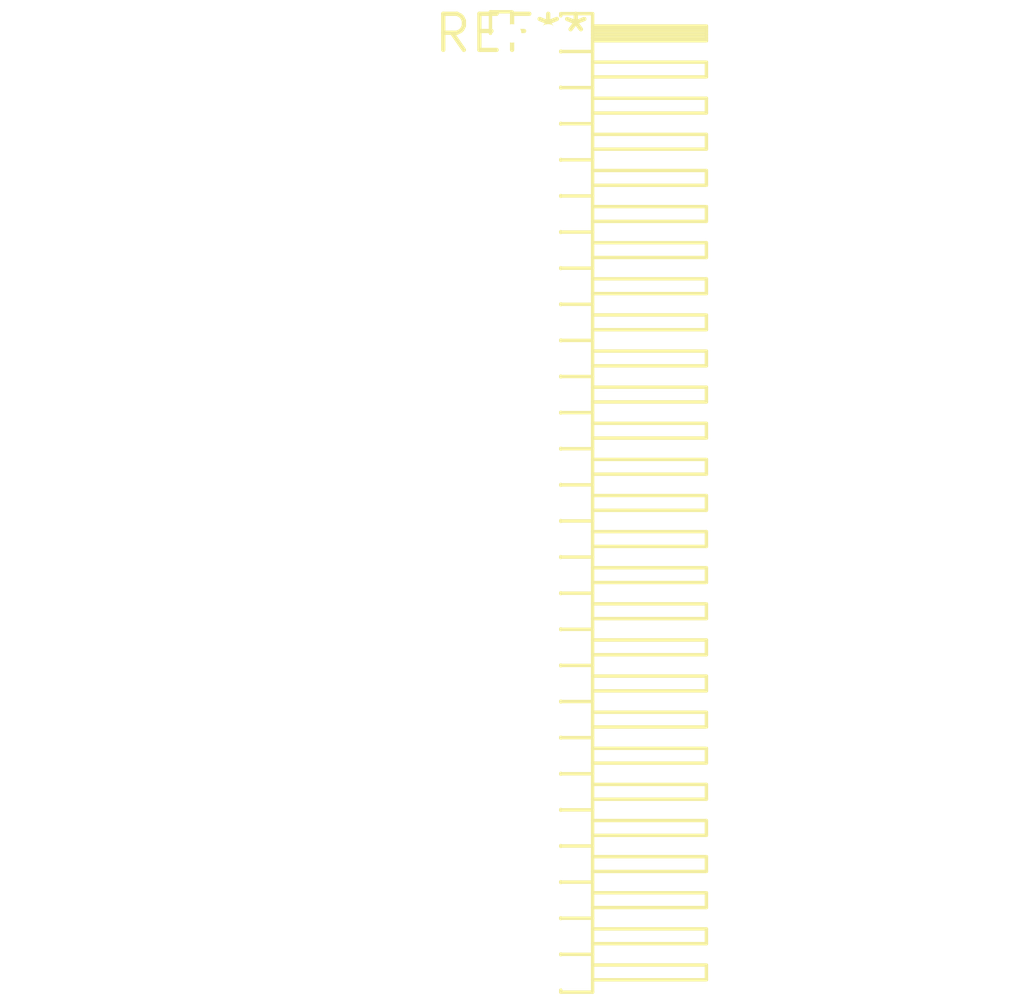
<source format=kicad_pcb>
(kicad_pcb (version 20240108) (generator pcbnew)
  (layers (0 "F.Cu" signal) (31 "B.Cu" signal) (34 "B.Paste" user) (35 "F.Paste" user) (36 "B.SilkS" user "B.Silkscreen") (37 "F.SilkS" user "F.Silkscreen") (38 "B.Mask" user) (39 "F.Mask" user) (44 "Edge.Cuts" user))
  (net 0 "")
  (footprint "PinHeader_2x27_P1.27mm_Horizontal" (layer "F.Cu") (at 0 0)
    (property "Reference" "REF**")
    (property "Value" "PinHeader_2x27_P1.27mm_Horizontal")
    (fp_line (start -0.76 -0.76) (end 0 -0.76) (layer "F.SilkS") (stroke (width 0.12)))
    (fp_line (start -0.76 0) (end -0.76 -0.76) (layer "F.SilkS") (stroke (width 0.12)))
    (fp_line (start 1.71 -0.695) (end 2.83 -0.695) (layer "F.SilkS") (stroke (width 0.12)))
    (fp_line (start 1.71 -0.619677) (end 1.71 -0.695) (layer "F.SilkS") (stroke (width 0.12)))
    (fp_line (start 1.71 0.619677) (end 1.71 0.650323) (layer "F.SilkS") (stroke (width 0.12)))
    (fp_line (start 1.71 0.635) (end 2.83 0.635) (layer "F.SilkS") (stroke (width 0.12)))
    (fp_line (start 1.71 1.889677) (end 1.71 1.920323) (layer "F.SilkS") (stroke (width 0.12)))
    (fp_line (start 1.71 1.905) (end 2.83 1.905) (layer "F.SilkS") (stroke (width 0.12)))
    (fp_line (start 1.71 3.159677) (end 1.71 3.190323) (layer "F.SilkS") (stroke (width 0.12)))
    (fp_line (start 1.71 3.175) (end 2.83 3.175) (layer "F.SilkS") (stroke (width 0.12)))
    (fp_line (start 1.71 4.429677) (end 1.71 4.460323) (layer "F.SilkS") (stroke (width 0.12)))
    (fp_line (start 1.71 4.445) (end 2.83 4.445) (layer "F.SilkS") (stroke (width 0.12)))
    (fp_line (start 1.71 5.699677) (end 1.71 5.730323) (layer "F.SilkS") (stroke (width 0.12)))
    (fp_line (start 1.71 5.715) (end 2.83 5.715) (layer "F.SilkS") (stroke (width 0.12)))
    (fp_line (start 1.71 6.969677) (end 1.71 7.000323) (layer "F.SilkS") (stroke (width 0.12)))
    (fp_line (start 1.71 6.985) (end 2.83 6.985) (layer "F.SilkS") (stroke (width 0.12)))
    (fp_line (start 1.71 8.239677) (end 1.71 8.270323) (layer "F.SilkS") (stroke (width 0.12)))
    (fp_line (start 1.71 8.255) (end 2.83 8.255) (layer "F.SilkS") (stroke (width 0.12)))
    (fp_line (start 1.71 9.509677) (end 1.71 9.540323) (layer "F.SilkS") (stroke (width 0.12)))
    (fp_line (start 1.71 9.525) (end 2.83 9.525) (layer "F.SilkS") (stroke (width 0.12)))
    (fp_line (start 1.71 10.779677) (end 1.71 10.810323) (layer "F.SilkS") (stroke (width 0.12)))
    (fp_line (start 1.71 10.795) (end 2.83 10.795) (layer "F.SilkS") (stroke (width 0.12)))
    (fp_line (start 1.71 12.049677) (end 1.71 12.080323) (layer "F.SilkS") (stroke (width 0.12)))
    (fp_line (start 1.71 12.065) (end 2.83 12.065) (layer "F.SilkS") (stroke (width 0.12)))
    (fp_line (start 1.71 13.319677) (end 1.71 13.350323) (layer "F.SilkS") (stroke (width 0.12)))
    (fp_line (start 1.71 13.335) (end 2.83 13.335) (layer "F.SilkS") (stroke (width 0.12)))
    (fp_line (start 1.71 14.589677) (end 1.71 14.620323) (layer "F.SilkS") (stroke (width 0.12)))
    (fp_line (start 1.71 14.605) (end 2.83 14.605) (layer "F.SilkS") (stroke (width 0.12)))
    (fp_line (start 1.71 15.859677) (end 1.71 15.890323) (layer "F.SilkS") (stroke (width 0.12)))
    (fp_line (start 1.71 15.875) (end 2.83 15.875) (layer "F.SilkS") (stroke (width 0.12)))
    (fp_line (start 1.71 17.129677) (end 1.71 17.160323) (layer "F.SilkS") (stroke (width 0.12)))
    (fp_line (start 1.71 17.145) (end 2.83 17.145) (layer "F.SilkS") (stroke (width 0.12)))
    (fp_line (start 1.71 18.399677) (end 1.71 18.430323) (layer "F.SilkS") (stroke (width 0.12)))
    (fp_line (start 1.71 18.415) (end 2.83 18.415) (layer "F.SilkS") (stroke (width 0.12)))
    (fp_line (start 1.71 19.669677) (end 1.71 19.700323) (layer "F.SilkS") (stroke (width 0.12)))
    (fp_line (start 1.71 19.685) (end 2.83 19.685) (layer "F.SilkS") (stroke (width 0.12)))
    (fp_line (start 1.71 20.939677) (end 1.71 20.970323) (layer "F.SilkS") (stroke (width 0.12)))
    (fp_line (start 1.71 20.955) (end 2.83 20.955) (layer "F.SilkS") (stroke (width 0.12)))
    (fp_line (start 1.71 22.209677) (end 1.71 22.240323) (layer "F.SilkS") (stroke (width 0.12)))
    (fp_line (start 1.71 22.225) (end 2.83 22.225) (layer "F.SilkS") (stroke (width 0.12)))
    (fp_line (start 1.71 23.479677) (end 1.71 23.510323) (layer "F.SilkS") (stroke (width 0.12)))
    (fp_line (start 1.71 23.495) (end 2.83 23.495) (layer "F.SilkS") (stroke (width 0.12)))
    (fp_line (start 1.71 24.749677) (end 1.71 24.780323) (layer "F.SilkS") (stroke (width 0.12)))
    (fp_line (start 1.71 24.765) (end 2.83 24.765) (layer "F.SilkS") (stroke (width 0.12)))
    (fp_line (start 1.71 26.019677) (end 1.71 26.050323) (layer "F.SilkS") (stroke (width 0.12)))
    (fp_line (start 1.71 26.035) (end 2.83 26.035) (layer "F.SilkS") (stroke (width 0.12)))
    (fp_line (start 1.71 27.289677) (end 1.71 27.320323) (layer "F.SilkS") (stroke (width 0.12)))
    (fp_line (start 1.71 27.305) (end 2.83 27.305) (layer "F.SilkS") (stroke (width 0.12)))
    (fp_line (start 1.71 28.559677) (end 1.71 28.590323) (layer "F.SilkS") (stroke (width 0.12)))
    (fp_line (start 1.71 28.575) (end 2.83 28.575) (layer "F.SilkS") (stroke (width 0.12)))
    (fp_line (start 1.71 29.829677) (end 1.71 29.860323) (layer "F.SilkS") (stroke (width 0.12)))
    (fp_line (start 1.71 29.845) (end 2.83 29.845) (layer "F.SilkS") (stroke (width 0.12)))
    (fp_line (start 1.71 31.099677) (end 1.71 31.130323) (layer "F.SilkS") (stroke (width 0.12)))
    (fp_line (start 1.71 31.115) (end 2.83 31.115) (layer "F.SilkS") (stroke (width 0.12)))
    (fp_line (start 1.71 32.369677) (end 1.71 32.400323) (layer "F.SilkS") (stroke (width 0.12)))
    (fp_line (start 1.71 32.385) (end 2.83 32.385) (layer "F.SilkS") (stroke (width 0.12)))
    (fp_line (start 1.71 33.715) (end 1.71 33.639677) (layer "F.SilkS") (stroke (width 0.12)))
    (fp_line (start 2.83 -0.695) (end 2.83 33.715) (layer "F.SilkS") (stroke (width 0.12)))
    (fp_line (start 2.83 -0.26) (end 6.83 -0.26) (layer "F.SilkS") (stroke (width 0.12)))
    (fp_line (start 2.83 -0.2) (end 6.83 -0.2) (layer "F.SilkS") (stroke (width 0.12)))
    (fp_line (start 2.83 -0.08) (end 6.83 -0.08) (layer "F.SilkS") (stroke (width 0.12)))
    (fp_line (start 2.83 0.04) (end 6.83 0.04) (layer "F.SilkS") (stroke (width 0.12)))
    (fp_line (start 2.83 0.16) (end 6.83 0.16) (layer "F.SilkS") (stroke (width 0.12)))
    (fp_line (start 2.83 1.01) (end 6.83 1.01) (layer "F.SilkS") (stroke (width 0.12)))
    (fp_line (start 2.83 2.28) (end 6.83 2.28) (layer "F.SilkS") (stroke (width 0.12)))
    (fp_line (start 2.83 3.55) (end 6.83 3.55) (layer "F.SilkS") (stroke (width 0.12)))
    (fp_line (start 2.83 4.82) (end 6.83 4.82) (layer "F.SilkS") (stroke (width 0.12)))
    (fp_line (start 2.83 6.09) (end 6.83 6.09) (layer "F.SilkS") (stroke (width 0.12)))
    (fp_line (start 2.83 7.36) (end 6.83 7.36) (layer "F.SilkS") (stroke (width 0.12)))
    (fp_line (start 2.83 8.63) (end 6.83 8.63) (layer "F.SilkS") (stroke (width 0.12)))
    (fp_line (start 2.83 9.9) (end 6.83 9.9) (layer "F.SilkS") (stroke (width 0.12)))
    (fp_line (start 2.83 11.17) (end 6.83 11.17) (layer "F.SilkS") (stroke (width 0.12)))
    (fp_line (start 2.83 12.44) (end 6.83 12.44) (layer "F.SilkS") (stroke (width 0.12)))
    (fp_line (start 2.83 13.71) (end 6.83 13.71) (layer "F.SilkS") (stroke (width 0.12)))
    (fp_line (start 2.83 14.98) (end 6.83 14.98) (layer "F.SilkS") (stroke (width 0.12)))
    (fp_line (start 2.83 16.25) (end 6.83 16.25) (layer "F.SilkS") (stroke (width 0.12)))
    (fp_line (start 2.83 17.52) (end 6.83 17.52) (layer "F.SilkS") (stroke (width 0.12)))
    (fp_line (start 2.83 18.79) (end 6.83 18.79) (layer "F.SilkS") (stroke (width 0.12)))
    (fp_line (start 2.83 20.06) (end 6.83 20.06) (layer "F.SilkS") (stroke (width 0.12)))
    (fp_line (start 2.83 21.33) (end 6.83 21.33) (layer "F.SilkS") (stroke (width 0.12)))
    (fp_line (start 2.83 22.6) (end 6.83 22.6) (layer "F.SilkS") (stroke (width 0.12)))
    (fp_line (start 2.83 23.87) (end 6.83 23.87) (layer "F.SilkS") (stroke (width 0.12)))
    (fp_line (start 2.83 25.14) (end 6.83 25.14) (layer "F.SilkS") (stroke (width 0.12)))
    (fp_line (start 2.83 26.41) (end 6.83 26.41) (layer "F.SilkS") (stroke (width 0.12)))
    (fp_line (start 2.83 27.68) (end 6.83 27.68) (layer "F.SilkS") (stroke (width 0.12)))
    (fp_line (start 2.83 28.95) (end 6.83 28.95) (layer "F.SilkS") (stroke (width 0.12)))
    (fp_line (start 2.83 30.22) (end 6.83 30.22) (layer "F.SilkS") (stroke (width 0.12)))
    (fp_line (start 2.83 31.49) (end 6.83 31.49) (layer "F.SilkS") (stroke (width 0.12)))
    (fp_line (start 2.83 32.76) (end 6.83 32.76) (layer "F.SilkS") (stroke (width 0.12)))
    (fp_line (start 2.83 33.715) (end 1.71 33.715) (layer "F.SilkS") (stroke (width 0.12)))
    (fp_line (start 6.83 -0.26) (end 6.83 0.26) (layer "F.SilkS") (stroke (width 0.12)))
    (fp_line (start 6.83 0.26) (end 2.83 0.26) (layer "F.SilkS") (stroke (width 0.12)))
    (fp_line (start 6.83 1.01) (end 6.83 1.53) (layer "F.SilkS") (stroke (width 0.12)))
    (fp_line (start 6.83 1.53) (end 2.83 1.53) (layer "F.SilkS") (stroke (width 0.12)))
    (fp_line (start 6.83 2.28) (end 6.83 2.8) (layer "F.SilkS") (stroke (width 0.12)))
    (fp_line (start 6.83 2.8) (end 2.83 2.8) (layer "F.SilkS") (stroke (width 0.12)))
    (fp_line (start 6.83 3.55) (end 6.83 4.07) (layer "F.SilkS") (stroke (width 0.12)))
    (fp_line (start 6.83 4.07) (end 2.83 4.07) (layer "F.SilkS") (stroke (width 0.12)))
    (fp_line (start 6.83 4.82) (end 6.83 5.34) (layer "F.SilkS") (stroke (width 0.12)))
    (fp_line (start 6.83 5.34) (end 2.83 5.34) (layer "F.SilkS") (stroke (width 0.12)))
    (fp_line (start 6.83 6.09) (end 6.83 6.61) (layer "F.SilkS") (stroke (width 0.12)))
    (fp_line (start 6.83 6.61) (end 2.83 6.61) (layer "F.SilkS") (stroke (width 0.12)))
    (fp_line (start 6.83 7.36) (end 6.83 7.88) (layer "F.SilkS") (stroke (width 0.12)))
    (fp_line (start 6.83 7.88) (end 2.83 7.88) (layer "F.SilkS") (stroke (width 0.12)))
    (fp_line (start 6.83 8.63) (end 6.83 9.15) (layer "F.SilkS") (stroke (width 0.12)))
    (fp_line (start 6.83 9.15) (end 2.83 9.15) (layer "F.SilkS") (stroke (width 0.12)))
    (fp_line (start 6.83 9.9) (end 6.83 10.42) (layer "F.SilkS") (stroke (width 0.12)))
    (fp_line (start 6.83 10.42) (end 2.83 10.42) (layer "F.SilkS") (stroke (width 0.12)))
    (fp_line (start 6.83 11.17) (end 6.83 11.69) (layer "F.SilkS") (stroke (width 0.12)))
    (fp_line (start 6.83 11.69) (end 2.83 11.69) (layer "F.SilkS") (stroke (width 0.12)))
    (fp_line (start 6.83 12.44) (end 6.83 12.96) (layer "F.SilkS") (stroke (width 0.12)))
    (fp_line (start 6.83 12.96) (end 2.83 12.96) (layer "F.SilkS") (stroke (width 0.12)))
    (fp_line (start 6.83 13.71) (end 6.83 14.23) (layer "F.SilkS") (stroke (width 0.12)))
    (fp_line (start 6.83 14.23) (end 2.83 14.23) (layer "F.SilkS") (stroke (width 0.12)))
    (fp_line (start 6.83 14.98) (end 6.83 15.5) (layer "F.SilkS") (stroke (width 0.12)))
    (fp_line (start 6.83 15.5) (end 2.83 15.5) (layer "F.SilkS") (stroke (width 0.12)))
    (fp_line (start 6.83 16.25) (end 6.83 16.77) (layer "F.SilkS") (stroke (width 0.12)))
    (fp_line (start 6.83 16.77) (end 2.83 16.77) (layer "F.SilkS") (stroke (width 0.12)))
    (fp_line (start 6.83 17.52) (end 6.83 18.04) (layer "F.SilkS") (stroke (width 0.12)))
    (fp_line (start 6.83 18.04) (end 2.83 18.04) (layer "F.SilkS") (stroke (width 0.12)))
    (fp_line (start 6.83 18.79) (end 6.83 19.31) (layer "F.SilkS") (stroke (width 0.12)))
    (fp_line (start 6.83 19.31) (end 2.83 19.31) (layer "F.SilkS") (stroke (width 0.12)))
    (fp_line (start 6.83 20.06) (end 6.83 20.58) (layer "F.SilkS") (stroke (width 0.12)))
    (fp_line (start 6.83 20.58) (end 2.83 20.58) (layer "F.SilkS") (stroke (width 0.12)))
    (fp_line (start 6.83 21.33) (end 6.83 21.85) (layer "F.SilkS") (stroke (width 0.12)))
    (fp_line (start 6.83 21.85) (end 2.83 21.85) (layer "F.SilkS") (stroke (width 0.12)))
    (fp_line (start 6.83 22.6) (end 6.83 23.12) (layer "F.SilkS") (stroke (width 0.12)))
    (fp_line (start 6.83 23.12) (end 2.83 23.12) (layer "F.SilkS") (stroke (width 0.12)))
    (fp_line (start 6.83 23.87) (end 6.83 24.39) (layer "F.SilkS") (stroke (width 0.12)))
    (fp_line (start 6.83 24.39) (end 2.83 24.39) (layer "F.SilkS") (stroke (width 0.12)))
    (fp_line (start 6.83 25.14) (end 6.83 25.66) (layer "F.SilkS") (stroke (width 0.12)))
    (fp_line (start 6.83 25.66) (end 2.83 25.66) (layer "F.SilkS") (stroke (width 0.12)))
    (fp_line (start 6.83 26.41) (end 6.83 26.93) (layer "F.SilkS") (stroke (width 0.12)))
    (fp_line (start 6.83 26.93) (end 2.83 26.93) (layer "F.SilkS") (stroke (width 0.12)))
    (fp_line (start 6.83 27.68) (end 6.83 28.2) (layer "F.SilkS") (stroke (width 0.12)))
    (fp_line (start 6.83 28.2) (end 2.83 28.2) (layer "F.SilkS") (stroke (width 0.12)))
    (fp_line (start 6.83 28.95) (end 6.83 29.47) (layer "F.SilkS") (stroke (width 0.12)))
    (fp_line (start 6.83 29.47) (end 2.83 29.47) (layer "F.SilkS") (stroke (width 0.12)))
    (fp_line (start 6.83 30.22) (end 6.83 30.74) (layer "F.SilkS") (stroke (width 0.12)))
    (fp_line (start 6.83 30.74) (end 2.83 30.74) (layer "F.SilkS") (stroke (width 0.12)))
    (fp_line (start 6.83 31.49) (end 6.83 32.01) (layer "F.SilkS") (stroke (width 0.12)))
    (fp_line (start 6.83 32.01) (end 2.83 32.01) (layer "F.SilkS") (stroke (width 0.12)))
    (fp_line (start 6.83 32.76) (end 6.83 33.28) (layer "F.SilkS") (stroke (width 0.12)))
    (fp_line (start 6.83 33.28) (end 2.83 33.28) (layer "F.SilkS") (stroke (width 0.12)))
    (pad "1" thru_hole rect (at 0 0) (size 1 1) (drill 0.65) (layers *.Cu *.Mask) (remove_unused_layers))
    (pad "2" thru_hole oval (at 1.27 0) (size 1 1) (drill 0.65) (layers *.Cu *.Mask) (remove_unused_layers))
    (pad "3" thru_hole oval (at 0 1.27) (size 1 1) (drill 0.65) (layers *.Cu *.Mask) (remove_unused_layers))
    (pad "4" thru_hole oval (at 1.27 1.27) (size 1 1) (drill 0.65) (layers *.Cu *.Mask) (remove_unused_layers))
    (pad "5" thru_hole oval (at 0 2.54) (size 1 1) (drill 0.65) (layers *.Cu *.Mask) (remove_unused_layers))
    (pad "6" thru_hole oval (at 1.27 2.54) (size 1 1) (drill 0.65) (layers *.Cu *.Mask) (remove_unused_layers))
    (pad "7" thru_hole oval (at 0 3.81) (size 1 1) (drill 0.65) (layers *.Cu *.Mask) (remove_unused_layers))
    (pad "8" thru_hole oval (at 1.27 3.81) (size 1 1) (drill 0.65) (layers *.Cu *.Mask) (remove_unused_layers))
    (pad "9" thru_hole oval (at 0 5.08) (size 1 1) (drill 0.65) (layers *.Cu *.Mask) (remove_unused_layers))
    (pad "10" thru_hole oval (at 1.27 5.08) (size 1 1) (drill 0.65) (layers *.Cu *.Mask) (remove_unused_layers))
    (pad "11" thru_hole oval (at 0 6.35) (size 1 1) (drill 0.65) (layers *.Cu *.Mask) (remove_unused_layers))
    (pad "12" thru_hole oval (at 1.27 6.35) (size 1 1) (drill 0.65) (layers *.Cu *.Mask) (remove_unused_layers))
    (pad "13" thru_hole oval (at 0 7.62) (size 1 1) (drill 0.65) (layers *.Cu *.Mask) (remove_unused_layers))
    (pad "14" thru_hole oval (at 1.27 7.62) (size 1 1) (drill 0.65) (layers *.Cu *.Mask) (remove_unused_layers))
    (pad "15" thru_hole oval (at 0 8.89) (size 1 1) (drill 0.65) (layers *.Cu *.Mask) (remove_unused_layers))
    (pad "16" thru_hole oval (at 1.27 8.89) (size 1 1) (drill 0.65) (layers *.Cu *.Mask) (remove_unused_layers))
    (pad "17" thru_hole oval (at 0 10.16) (size 1 1) (drill 0.65) (layers *.Cu *.Mask) (remove_unused_layers))
    (pad "18" thru_hole oval (at 1.27 10.16) (size 1 1) (drill 0.65) (layers *.Cu *.Mask) (remove_unused_layers))
    (pad "19" thru_hole oval (at 0 11.43) (size 1 1) (drill 0.65) (layers *.Cu *.Mask) (remove_unused_layers))
    (pad "20" thru_hole oval (at 1.27 11.43) (size 1 1) (drill 0.65) (layers *.Cu *.Mask) (remove_unused_layers))
    (pad "21" thru_hole oval (at 0 12.7) (size 1 1) (drill 0.65) (layers *.Cu *.Mask) (remove_unused_layers))
    (pad "22" thru_hole oval (at 1.27 12.7) (size 1 1) (drill 0.65) (layers *.Cu *.Mask) (remove_unused_layers))
    (pad "23" thru_hole oval (at 0 13.97) (size 1 1) (drill 0.65) (layers *.Cu *.Mask) (remove_unused_layers))
    (pad "24" thru_hole oval (at 1.27 13.97) (size 1 1) (drill 0.65) (layers *.Cu *.Mask) (remove_unused_layers))
    (pad "25" thru_hole oval (at 0 15.24) (size 1 1) (drill 0.65) (layers *.Cu *.Mask) (remove_unused_layers))
    (pad "26" thru_hole oval (at 1.27 15.24) (size 1 1) (drill 0.65) (layers *.Cu *.Mask) (remove_unused_layers))
    (pad "27" thru_hole oval (at 0 16.51) (size 1 1) (drill 0.65) (layers *.Cu *.Mask) (remove_unused_layers))
    (pad "28" thru_hole oval (at 1.27 16.51) (size 1 1) (drill 0.65) (layers *.Cu *.Mask) (remove_unused_layers))
    (pad "29" thru_hole oval (at 0 17.78) (size 1 1) (drill 0.65) (layers *.Cu *.Mask) (remove_unused_layers))
    (pad "30" thru_hole oval (at 1.27 17.78) (size 1 1) (drill 0.65) (layers *.Cu *.Mask) (remove_unused_layers))
    (pad "31" thru_hole oval (at 0 19.05) (size 1 1) (drill 0.65) (layers *.Cu *.Mask) (remove_unused_layers))
    (pad "32" thru_hole oval (at 1.27 19.05) (size 1 1) (drill 0.65) (layers *.Cu *.Mask) (remove_unused_layers))
    (pad "33" thru_hole oval (at 0 20.32) (size 1 1) (drill 0.65) (layers *.Cu *.Mask) (remove_unused_layers))
    (pad "34" thru_hole oval (at 1.27 20.32) (size 1 1) (drill 0.65) (layers *.Cu *.Mask) (remove_unused_layers))
    (pad "35" thru_hole oval (at 0 21.59) (size 1 1) (drill 0.65) (layers *.Cu *.Mask) (remove_unused_layers))
    (pad "36" thru_hole oval (at 1.27 21.59) (size 1 1) (drill 0.65) (layers *.Cu *.Mask) (remove_unused_layers))
    (pad "37" thru_hole oval (at 0 22.86) (size 1 1) (drill 0.65) (layers *.Cu *.Mask) (remove_unused_layers))
    (pad "38" thru_hole oval (at 1.27 22.86) (size 1 1) (drill 0.65) (layers *.Cu *.Mask) (remove_unused_layers))
    (pad "39" thru_hole oval (at 0 24.13) (size 1 1) (drill 0.65) (layers *.Cu *.Mask) (remove_unused_layers))
    (pad "40" thru_hole oval (at 1.27 24.13) (size 1 1) (drill 0.65) (layers *.Cu *.Mask) (remove_unused_layers))
    (pad "41" thru_hole oval (at 0 25.4) (size 1 1) (drill 0.65) (layers *.Cu *.Mask) (remove_unused_layers))
    (pad "42" thru_hole oval (at 1.27 25.4) (size 1 1) (drill 0.65) (layers *.Cu *.Mask) (remove_unused_layers))
    (pad "43" thru_hole oval (at 0 26.67) (size 1 1) (drill 0.65) (layers *.Cu *.Mask) (remove_unused_layers))
    (pad "44" thru_hole oval (at 1.27 26.67) (size 1 1) (drill 0.65) (layers *.Cu *.Mask) (remove_unused_layers))
    (pad "45" thru_hole oval (at 0 27.94) (size 1 1) (drill 0.65) (layers *.Cu *.Mask) (remove_unused_layers))
    (pad "46" thru_hole oval (at 1.27 27.94) (size 1 1) (drill 0.65) (layers *.Cu *.Mask) (remove_unused_layers))
    (pad "47" thru_hole oval (at 0 29.21) (size 1 1) (drill 0.65) (layers *.Cu *.Mask) (remove_unused_layers))
    (pad "48" thru_hole oval (at 1.27 29.21) (size 1 1) (drill 0.65) (layers *.Cu *.Mask) (remove_unused_layers))
    (pad "49" thru_hole oval (at 0 30.48) (size 1 1) (drill 0.65) (layers *.Cu *.Mask) (remove_unused_layers))
    (pad "50" thru_hole oval (at 1.27 30.48) (size 1 1) (drill 0.65) (layers *.Cu *.Mask) (remove_unused_layers))
    (pad "51" thru_hole oval (at 0 31.75) (size 1 1) (drill 0.65) (layers *.Cu *.Mask) (remove_unused_layers))
    (pad "52" thru_hole oval (at 1.27 31.75) (size 1 1) (drill 0.65) (layers *.Cu *.Mask) (remove_unused_layers))
    (pad "53" thru_hole oval (at 0 33.02) (size 1 1) (drill 0.65) (layers *.Cu *.Mask) (remove_unused_layers))
    (pad "54" thru_hole oval (at 1.27 33.02) (size 1 1) (drill 0.65) (layers *.Cu *.Mask) (remove_unused_layers))
  )
)
</source>
